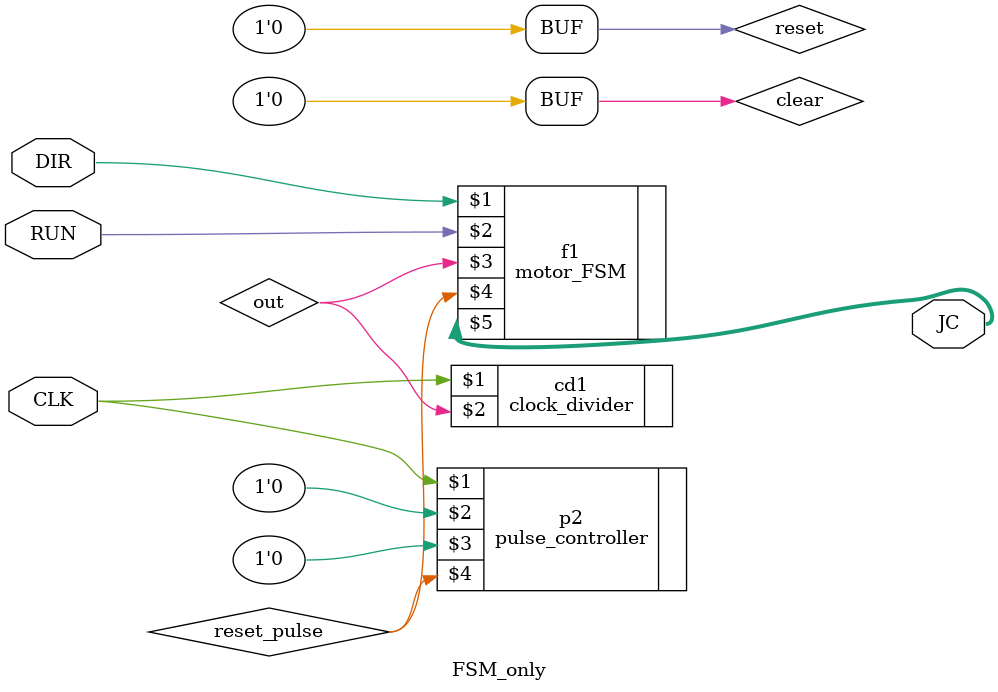
<source format=sv>
`timescale 1ns / 1ps


module FSM_only(
    input logic DIR,
    input logic RUN,
    input logic CLK,
    //input logic clk_input,
    //input logic reset,
    //input logic clear,
    output logic [3:0] JC
    );
    
    logic reset, clear;
    
    assign reset = 0;
    assign clear = 0;
    
    clock_divider cd1(CLK, out);
    motor_FSM f1(DIR, RUN, out, reset_pulse, JC);
    //pulse_controller p1(CLK, clk_input, clear, clk_pulse);
    pulse_controller p2(CLK, reset, clear, reset_pulse);
    
endmodule

</source>
